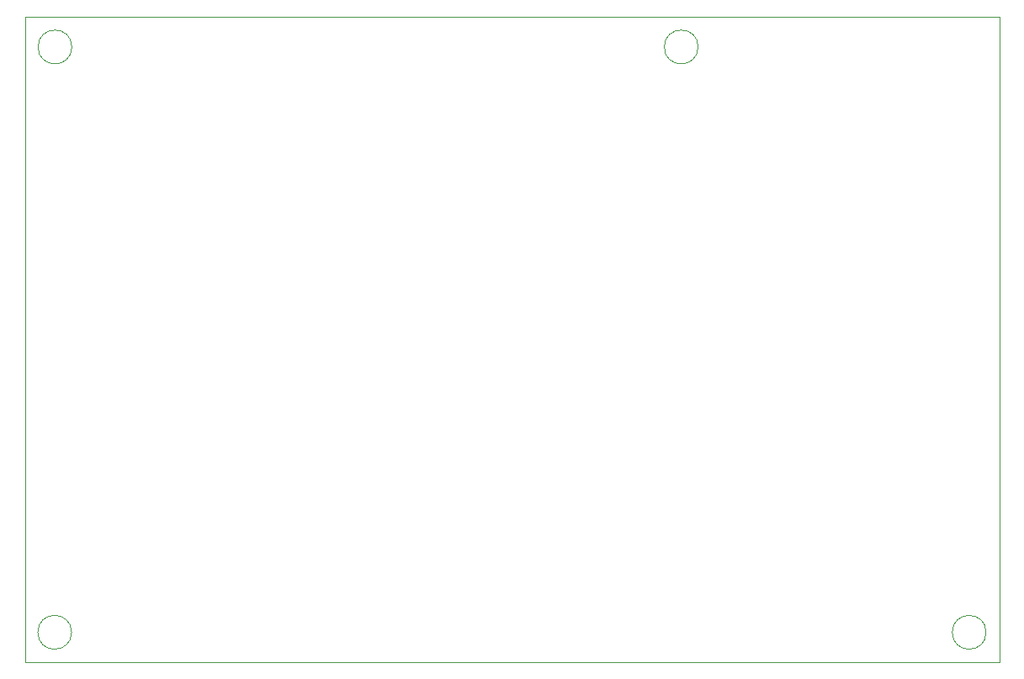
<source format=gbr>
G04 (created by PCBNEW (2013-07-07 BZR 4022)-stable) date 5/1/2015 4:36:49 PM*
%MOIN*%
G04 Gerber Fmt 3.4, Leading zero omitted, Abs format*
%FSLAX34Y34*%
G01*
G70*
G90*
G04 APERTURE LIST*
%ADD10C,0.00590551*%
%ADD11C,0.00393701*%
G04 APERTURE END LIST*
G54D10*
G54D11*
X54490Y-34120D02*
X17080Y-34120D01*
X15890Y-59690D02*
X54490Y-59690D01*
X54490Y-34120D02*
X54490Y-59690D01*
X15890Y-59690D02*
X15890Y-59680D01*
X15890Y-34120D02*
X15890Y-34130D01*
X15890Y-59690D02*
X15890Y-34120D01*
X15890Y-34120D02*
X17080Y-34120D01*
X15890Y-35310D02*
X15890Y-34120D01*
X17740Y-58500D02*
G75*
G03X17740Y-58500I-670J0D01*
G74*
G01*
X53970Y-58500D02*
G75*
G03X53970Y-58500I-670J0D01*
G74*
G01*
X42560Y-35310D02*
G75*
G03X42560Y-35310I-670J0D01*
G74*
G01*
X17750Y-35310D02*
G75*
G03X17750Y-35310I-670J0D01*
G74*
G01*
M02*

</source>
